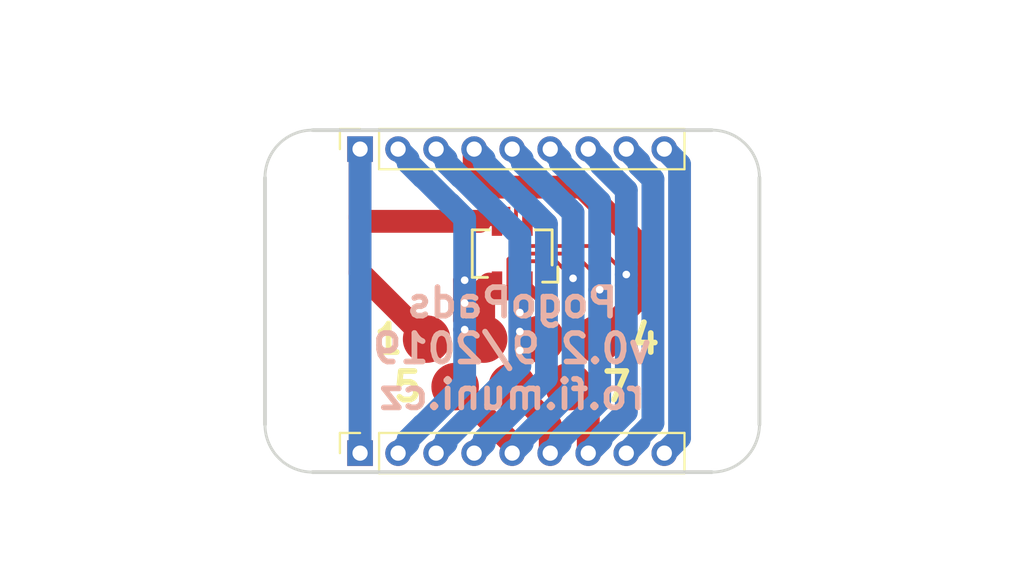
<source format=kicad_pcb>
(kicad_pcb (version 20240108) (generator "pcbnew") (generator_version "8.0")
  (layers (0 "F.Cu" signal) (31 "B.Cu" signal) (34 "B.Paste" user) (35 "F.Paste" user) (36 "B.SilkS" user "B.Silkscreen") (37 "F.SilkS" user "F.Silkscreen") (38 "B.Mask" user) (39 "F.Mask" user) (44 "Edge.Cuts" user))
  (net 0 "")
  (net 1 "1")
  (net 2 "2")
  (net 3 "3")
  (net 4 "4")
  (net 5 "5")
  (net 6 "6")
  (net 7 "7")
  (net 8 "8")
  (net 9 "9")
  (net 10 "Net-(J4-Pad6)")
  (footprint "rofi:pogo_pads_4_3" (layer "F.Cu") (at 118.5 70)
    (property "Reference" "J3" (hide yes))
    (property "Value" "POGO")
    (pad "1" smd circle (at -4.5 0) (size 2.5 2.5) (layers "F.Cu" "F.Paste" "F.Mask") (net 1 "1"))
    (pad "2" smd circle (at -1.5 0) (size 2.5 2.5) (layers "F.Cu" "F.Paste" "F.Mask") (net 2 "2"))
    (pad "3" smd circle (at 1.5 0) (size 2.5 2.5) (layers "F.Cu" "F.Paste" "F.Mask") (net 3 "3"))
    (pad "4" smd circle (at 4.5 0) (size 2.5 2.5) (layers "F.Cu" "F.Paste" "F.Mask") (net 4 "4"))
    (pad "5" smd circle (at -3 2.5) (size 2.5 2.5) (layers "F.Cu" "F.Paste" "F.Mask") (net 5 "5"))
    (pad "6" smd circle (at 0 2.5) (size 2.5 2.5) (layers "F.Cu" "F.Paste" "F.Mask") (net 6 "6"))
    (pad "7" smd circle (at 3 2.5) (size 2.5 2.5) (layers "F.Cu" "F.Paste" "F.Mask") (net 7 "7"))
  )
  (footprint "MountingHole:MountingHole_2mm" (layer "F.Cu") (at 129.2 68)
    (property "Reference" "H1" (hide yes))
    (property "Value" "MountingHole")
    (pad "" np_thru_hole circle (at 0 0) (size 2 2) (drill 2) (layers "*.Cu" "*.Mask"))
  )
  (footprint "MountingHole:MountingHole_2mm" (layer "F.Cu") (at 107.8 67.9)
    (property "Reference" "H2" (hide yes))
    (property "Value" "MountingHole")
    (pad "" np_thru_hole circle (at 0 0) (size 2 2) (drill 2) (layers "*.Cu" "*.Mask"))
  )
  (footprint "Connector_PinSocket_2.00mm:PinSocket_1x09_P2.00mm_Vertical" (layer "F.Cu") (at 110.5 76 90)
    (property "Reference" "J1" (hide yes))
    (property "Value" "IN")
    (fp_line (start 1.06 -1.06) (end 1.06 0) (stroke (width 0.12)) (layer "F.SilkS"))
    (fp_line (start 0 -1.06) (end 1.06 -1.06) (stroke (width 0.12)) (layer "F.SilkS"))
    (fp_line (start 1.06 1) (end 1.06 17.06) (stroke (width 0.12)) (layer "F.SilkS"))
    (fp_line (start -1.06 1) (end 1.06 1) (stroke (width 0.12)) (layer "F.SilkS"))
    (fp_line (start -1.06 1) (end -1.06 17.06) (stroke (width 0.12)) (layer "F.SilkS"))
    (fp_line (start -1.06 17.06) (end 1.06 17.06) (stroke (width 0.12)) (layer "F.SilkS"))
    (pad "1" thru_hole rect (at 0 0 90) (size 1.35 1.35) (drill 0.8) (layers "*.Cu" "*.Mask") (net 1 "1"))
    (pad "2" thru_hole oval (at 0 2 90) (size 1.35 1.35) (drill 0.8) (layers "*.Cu" "*.Mask") (net 2 "2"))
    (pad "3" thru_hole oval (at 0 4 90) (size 1.35 1.35) (drill 0.8) (layers "*.Cu" "*.Mask") (net 3 "3"))
    (pad "4" thru_hole oval (at 0 6 90) (size 1.35 1.35) (drill 0.8) (layers "*.Cu" "*.Mask") (net 4 "4"))
    (pad "5" thru_hole oval (at 0 8 90) (size 1.35 1.35) (drill 0.8) (layers "*.Cu" "*.Mask") (net 5 "5"))
    (pad "6" thru_hole oval (at 0 10 90) (size 1.35 1.35) (drill 0.8) (layers "*.Cu" "*.Mask") (net 6 "6"))
    (pad "7" thru_hole oval (at 0 12 90) (size 1.35 1.35) (drill 0.8) (layers "*.Cu" "*.Mask") (net 7 "7"))
    (pad "8" thru_hole oval (at 0 14 90) (size 1.35 1.35) (drill 0.8) (layers "*.Cu" "*.Mask") (net 8 "8"))
    (pad "9" thru_hole oval (at 0 16 90) (size 1.35 1.35) (drill 0.8) (layers "*.Cu" "*.Mask") (net 9 "9"))
  )
  (footprint "Connector_PinSocket_2.00mm:PinSocket_1x09_P2.00mm_Vertical" (layer "F.Cu") (at 110.5 60 90)
    (property "Reference" "J2" (hide yes))
    (property "Value" "OUT")
    (fp_line (start 1.06 -1.06) (end 1.06 0) (stroke (width 0.12)) (layer "F.SilkS"))
    (fp_line (start 0 -1.06) (end 1.06 -1.06) (stroke (width 0.12)) (layer "F.SilkS"))
    (fp_line (start 1.06 1) (end 1.06 17.06) (stroke (width 0.12)) (layer "F.SilkS"))
    (fp_line (start -1.06 1) (end 1.06 1) (stroke (width 0.12)) (layer "F.SilkS"))
    (fp_line (start -1.06 1) (end -1.06 17.06) (stroke (width 0.12)) (layer "F.SilkS"))
    (fp_line (start -1.06 17.06) (end 1.06 17.06) (stroke (width 0.12)) (layer "F.SilkS"))
    (pad "1" thru_hole rect (at 0 0 90) (size 1.35 1.35) (drill 0.8) (layers "*.Cu" "*.Mask") (net 1 "1"))
    (pad "2" thru_hole oval (at 0 2 90) (size 1.35 1.35) (drill 0.8) (layers "*.Cu" "*.Mask") (net 2 "2"))
    (pad "3" thru_hole oval (at 0 4 90) (size 1.35 1.35) (drill 0.8) (layers "*.Cu" "*.Mask") (net 3 "3"))
    (pad "4" thru_hole oval (at 0 6 90) (size 1.35 1.35) (drill 0.8) (layers "*.Cu" "*.Mask") (net 4 "4"))
    (pad "5" thru_hole oval (at 0 8 90) (size 1.35 1.35) (drill 0.8) (layers "*.Cu" "*.Mask") (net 5 "5"))
    (pad "6" thru_hole oval (at 0 10 90) (size 1.35 1.35) (drill 0.8) (layers "*.Cu" "*.Mask") (net 6 "6"))
    (pad "7" thru_hole oval (at 0 12 90) (size 1.35 1.35) (drill 0.8) (layers "*.Cu" "*.Mask") (net 7 "7"))
    (pad "8" thru_hole oval (at 0 14 90) (size 1.35 1.35) (drill 0.8) (layers "*.Cu" "*.Mask") (net 8 "8"))
    (pad "9" thru_hole oval (at 0 16 90) (size 1.35 1.35) (drill 0.8) (layers "*.Cu" "*.Mask") (net 9 "9"))
  )
  (footprint "rofi:molex-505004-0812" (layer "F.Cu") (at 118.5 65.5 180)
    (property "Reference" "J4" (hide yes))
    (property "Value" "Molex")
    (fp_line (start 2.1 1.25) (end 2.1 -1.25) (stroke (width 0.15)) (layer "F.SilkS"))
    (fp_line (start 2.1 -1.25) (end 1.3 -1.25) (stroke (width 0.15)) (layer "F.SilkS"))
    (fp_line (start 1.2 1.25) (end 2.1 1.25) (stroke (width 0.15)) (layer "F.SilkS"))
    (fp_line (start -1.6 -1.5) (end -2.4 -1.5) (stroke (width 0.15)) (layer "F.SilkS"))
    (fp_line (start -2.1 1.25) (end -1.2 1.25) (stroke (width 0.15)) (layer "F.SilkS"))
    (fp_line (start -2.1 -0.6) (end -2.1 1.25) (stroke (width 0.15)) (layer "F.SilkS"))
    (fp_line (start -2.4 -1.5) (end -2.4 -0.7) (stroke (width 0.15)) (layer "F.SilkS"))
    (pad "1" smd rect (at -0.8 -1.7 180) (size 0.55 1.524) (layers "F.Cu" "F.Paste" "F.Mask") (net 3 "3"))
    (pad "2" smd rect (at -0.8 1.7 180) (size 0.55 1.524) (layers "F.Cu" "F.Paste" "F.Mask") (net 4 "4"))
    (pad "3" smd rect (at -0.2 -1.7 180) (size 0.2 1.524) (layers "F.Cu" "F.Paste" "F.Mask") (net 5 "5"))
    (pad "4" smd rect (at -0.2 1.7 180) (size 0.2 1.524) (layers "F.Cu" "F.Paste" "F.Mask") (net 7 "7"))
    (pad "5" smd rect (at 0.2 -1.7 180) (size 0.2 1.524) (layers "F.Cu" "F.Paste" "F.Mask") (net 6 "6"))
    (pad "6" smd rect (at 0.2 1.7 180) (size 0.2 1.524) (layers "F.Cu" "F.Paste" "F.Mask") (net 10 "Net-(J4-Pad6)"))
    (pad "7" smd rect (at 0.8 -1.7 180) (size 0.55 1.524) (layers "F.Cu" "F.Paste" "F.Mask") (net 2 "2"))
    (pad "8" smd rect (at 0.8 1.7 180) (size 0.55 1.524) (layers "F.Cu" "F.Paste" "F.Mask") (net 1 "1"))
  )
  (gr_line (start 108 59) (end 129 59) (stroke (width 0.2)) (layer "Edge.Cuts"))
  (gr_arc (start 105.5 61.5) (mid 106.232233 59.732233) (end 108 59) (stroke (width 0.15)) (layer "Edge.Cuts"))
  (gr_line (start 108 77) (end 129 77) (stroke (width 0.2)) (layer "Edge.Cuts"))
  (gr_arc (start 129 59) (mid 130.767767 59.732233) (end 131.5 61.5) (stroke (width 0.15)) (layer "Edge.Cuts"))
  (gr_arc (start 108 77) (mid 106.232233 76.267767) (end 105.5 74.5) (stroke (width 0.15)) (layer "Edge.Cuts"))
  (gr_line (start 105.5 61.5) (end 105.5 74.5) (stroke (width 0.2)) (layer "Edge.Cuts"))
  (gr_arc (start 131.5 74.5) (mid 130.767767 76.267767) (end 129 77) (stroke (width 0.15)) (layer "Edge.Cuts"))
  (gr_line (start 131.5 74.5) (end 131.5 61.5) (stroke (width 0.2)) (layer "Edge.Cuts"))
  (gr_text "PogoPads\nv0.2 9/2019\nro.fi.muni.cz" (at 118.5 70.5 0) (layer "B.SilkS") (effects (font (size 1.5 1.5) (thickness 0.3)) (justify mirror)))
  (gr_text "1" (at 112 70 0) (layer "F.SilkS") (effects (font (size 1.5 1.5) (thickness 0.3))))
  (gr_text "4" (at 125.5 70 0) (layer "F.SilkS") (effects (font (size 1.5 1.5) (thickness 0.3))))
  (gr_text "5" (at 113 72.5 0) (layer "F.SilkS") (effects (font (size 1.5 1.5) (thickness 0.3))))
  (gr_text "7" (at 124 72.5 0) (layer "F.SilkS") (effects (font (size 1.5 1.5) (thickness 0.3))))
  (segment (start 110.5 66.5) (end 114 70) (width 1.2) (layer "F.Cu") (net 1))
  (segment (start 110.725 63.8) (end 110.5 63.575) (width 1.2) (layer "F.Cu") (net 1))
  (segment (start 110.5 63.575) (end 110.5 60.8) (width 1.2) (layer "F.Cu") (net 1))
  (segment (start 116.8 63.8) (end 117.7 63.8) (width 0.5) (layer "F.Cu") (net 1))
  (segment (start 116.8 63.8) (end 110.725 63.8) (width 1.2) (layer "F.Cu") (net 1))
  (segment (start 110.5 63.575) (end 110.5 66.5) (width 1.2) (layer "F.Cu") (net 1))
  (segment (start 110.5 60) (end 110.5 76) (width 1.2) (layer "B.Cu") (net 1))
  (segment (start 116.000002 69.000002) (end 116.000002 66.900002) (width 1.2) (layer "F.Cu") (net 2))
  (segment (start 117 67.9) (end 117.7 67.2) (width 0.5) (layer "F.Cu") (net 2))
  (segment (start 116.000002 66.900002) (end 116 66.9) (width 1.2) (layer "F.Cu") (net 2))
  (segment (start 116.000002 68.1) (end 116.000002 69.000002) (width 1.2) (layer "F.Cu") (net 2))
  (segment (start 116.5 70) (end 116 69.5) (width 1.2) (layer "F.Cu") (net 2))
  (segment (start 116.000002 68.1) (end 116.000002 66.900002) (width 1.2) (layer "F.Cu") (net 2))
  (segment (start 117 67.4) (end 117 70) (width 1.2) (layer "F.Cu") (net 2))
  (segment (start 117 69.743998) (end 117 70) (width 1.5) (layer "F.Cu") (net 2))
  (segment (start 116.000002 69.000002) (end 117 70) (width 1.2) (layer "F.Cu") (net 2))
  (segment (start 117.3 67.1) (end 117 67.4) (width 1.2) (layer "F.Cu") (net 2))
  (segment (start 117 69.454594) (end 117 70) (width 1.5) (layer "F.Cu") (net 2))
  (segment (start 117 70) (end 116.5 70) (width 1.2) (layer "F.Cu") (net 2))
  (via (at 116.000002 68.1) (size 0.8) (drill 0.4) (layers "F.Cu" "B.Cu") (net 2))
  (via (at 116 69.5) (size 0.8) (drill 0.4) (layers "F.Cu" "B.Cu") (net 2))
  (via (at 116 66.9) (size 0.8) (drill 0.4) (layers "F.Cu" "B.Cu") (net 2))
  (segment (start 115.212096 62.875011) (end 115.232184 62.875011) (width 1.2) (layer "B.Cu") (net 2))
  (segment (start 113.024999 75.475001) (end 112.5 76) (width 1.2) (layer "B.Cu") (net 2))
  (segment (start 116 72.337086) (end 113.812087 74.524999) (width 1.2) (layer "B.Cu") (net 2))
  (segment (start 113.024999 60.524999) (end 113.024999 60.708001) (width 1.2) (layer "B.Cu") (net 2))
  (segment (start 113.791999 61.475001) (end 113.812086 61.475001) (width 1.2) (layer "B.Cu") (net 2))
  (segment (start 115.232184 62.875011) (end 116 63.642827) (width 1.2) (layer "B.Cu") (net 2))
  (segment (start 113.024999 75.291999) (end 113.024999 75.475001) (width 1.2) (layer "B.Cu") (net 2))
  (segment (start 116 63.642827) (end 116 69.5) (width 1.2) (layer "B.Cu") (net 2))
  (segment (start 113.812086 61.475001) (end 115.212096 62.875011) (width 1.2) (layer "B.Cu") (net 2))
  (segment (start 116 69.5) (end 116 72.337086) (width 1.2) (layer "B.Cu") (net 2))
  (segment (start 113.812087 74.524999) (end 113.791999 74.524999) (width 1.2) (layer "B.Cu") (net 2))
  (segment (start 113.791999 74.524999) (end 113.024999 75.291999) (width 1.2) (layer "B.Cu") (net 2))
  (segment (start 113.024999 60.708001) (end 113.791999 61.475001) (width 1.2) (layer "B.Cu") (net 2))
  (segment (start 112.5 60) (end 113.024999 60.524999) (width 1.2) (layer "B.Cu") (net 2))
  (segment (start 119.3 70) (end 118.89994 69.59994) (width 0.5) (layer "F.Cu") (net 3))
  (segment (start 120 69.7) (end 118.89994 68.59994) (width 0.5) (layer "F.Cu") (net 3))
  (segment (start 120 70) (end 119.3 70) (width 0.5) (layer "F.Cu") (net 3))
  (segment (start 120 70) (end 120 67.9) (width 0.5) (layer "F.Cu") (net 3))
  (segment (start 119.5 70) (end 118.9 70.6) (width 0.5) (layer "F.Cu") (net 3))
  (segment (start 120 67.9) (end 119.3 67.2) (width 0.5) (layer "F.Cu") (net 3))
  (segment (start 120 70) (end 120 69.7) (width 0.5) (layer "F.Cu") (net 3))
  (segment (start 120 70) (end 119.5 70) (width 0.5) (layer "F.Cu") (net 3))
  (segment (start 120 70) (end 120 69.743998) (width 1.5) (layer "F.Cu") (net 3))
  (via (at 118.89994 68.59994) (size 0.8) (drill 0.4) (layers "F.Cu" "B.Cu") (net 3))
  (via (at 118.89994 69.59994) (size 0.8) (drill 0.4) (layers "F.Cu" "B.Cu") (net 3))
  (via (at 118.9 70.6) (size 0.8) (drill 0.4) (layers "F.Cu" "B.Cu") (net 3))
  (segment (start 118.89994 68.59994) (end 118.89994 64.522679) (width 1.2) (layer "B.Cu") (net 3))
  (segment (start 118.89994 64.522679) (end 118.652282 64.275021) (width 1.2) (layer "B.Cu") (net 3))
  (segment (start 118.632193 64.275021) (end 117.232184 62.875011) (width 1.2) (layer "B.Cu") (net 3))
  (segment (start 115.812086 61.475001) (end 115.791999 61.475001) (width 1.2) (layer "B.Cu") (net 3))
  (segment (start 117.212096 62.875011) (end 115.812086 61.475001) (width 1.2) (layer "B.Cu") (net 3))
  (segment (start 115.024999 75.475001) (end 115.024999 75.291999) (width 1.2) (layer "B.Cu") (net 3))
  (segment (start 115.024999 75.291999) (end 118.89994 71.417058) (width 1.2) (layer "B.Cu") (net 3))
  (segment (start 118.89994 69.59994) (end 118.89994 68.59994) (width 1.2) (layer "B.Cu") (net 3))
  (segment (start 118.89994 71.417058) (end 118.89994 69.59994) (width 1.2) (layer "B.Cu") (net 3))
  (segment (start 115.024999 60.708001) (end 115.024999 60.524999) (width 1.2) (layer "B.Cu") (net 3))
  (segment (start 114.5 76) (end 115.024999 75.475001) (width 1.2) (layer "B.Cu") (net 3))
  (segment (start 117.232184 62.875011) (end 117.212096 62.875011) (width 1.2) (layer "B.Cu") (net 3))
  (segment (start 115.024999 60.524999) (end 114.5 60) (width 1.2) (layer "B.Cu") (net 3))
  (segment (start 118.652282 64.275021) (end 118.632193 64.275021) (width 1.2) (layer "B.Cu") (net 3))
  (segment (start 115.791999 61.475001) (end 115.024999 60.708001) (width 1.2) (layer "B.Cu") (net 3))
  (segment (start 119.3 63.8) (end 119.3 62) (width 0.5) (layer "F.Cu") (net 4))
  (segment (start 125.5 67.5) (end 123 70) (width 1.2) (layer "F.Cu") (net 4))
  (segment (start 116.5 60) (end 116.5 61) (width 1.2) (layer "F.Cu") (net 4))
  (segment (start 122.176002 62) (end 125.5 65.323998) (width 1.2) (layer "F.Cu") (net 4))
  (segment (start 117.5 62) (end 119.3 62) (width 1.2) (layer "F.Cu") (net 4))
  (segment (start 116.5 61) (end 117.5 62) (width 1.2) (layer "F.Cu") (net 4))
  (segment (start 125.5 65.323998) (end 125.5 67.5) (width 1.2) (layer "F.Cu") (net 4))
  (segment (start 119.3 62) (end 122.176002 62) (width 1.2) (layer "F.Cu") (net 4))
  (segment (start 120.29995 72.057222) (end 119.232183 73.124989) (width 1.2) (layer "B.Cu") (net 4))
  (segment (start 117.812086 61.475001) (end 119.212096 62.875011) (width 1.2) (layer "B.Cu") (net 4))
  (segment (start 116.5 60) (end 117.024999 60.524999) (width 1.2) (layer "B.Cu") (net 4))
  (segment (start 119.232183 73.124989) (end 119.212096 73.124989) (width 1.2) (layer "B.Cu") (net 4))
  (segment (start 119.232184 62.875011) (end 120.29995 63.942777) (width 1.2) (layer "B.Cu") (net 4))
  (segment (start 117.024999 60.708001) (end 117.791999 61.475001) (width 1.2) (layer "B.Cu") (net 4))
  (segment (start 117.791999 61.475001) (end 117.812086 61.475001) (width 1.2) (layer "B.Cu") (net 4))
  (segment (start 117.024999 60.524999) (end 117.024999 60.708001) (width 1.2) (layer "B.Cu") (net 4))
  (segment (start 119.212096 73.124989) (end 117.812086 74.524999) (width 1.2) (layer "B.Cu") (net 4))
  (segment (start 117.024999 75.475001) (end 116.5 76) (width 1.2) (layer "B.Cu") (net 4))
  (segment (start 117.024999 75.291999) (end 117.024999 75.475001) (width 1.2) (layer "B.Cu") (net 4))
  (segment (start 117.812086 74.524999) (end 117.791999 74.524999) (width 1.2) (layer "B.Cu") (net 4))
  (segment (start 119.212096 62.875011) (end 119.232184 62.875011) (width 1.2) (layer "B.Cu") (net 4))
  (segment (start 120.29995 63.942777) (end 120.29995 72.057222) (width 1.2) (layer "B.Cu") (net 4))
  (segment (start 117.791999 74.524999) (end 117.024999 75.291999) (width 1.2) (layer "B.Cu") (net 4))
  (segment (start 119.022998 65.9) (end 120.8 65.9) (width 0.2) (layer "F.Cu") (net 5))
  (segment (start 118.7 67.2) (end 118.7 66.222998) (width 0.2) (layer "F.Cu") (net 5))
  (segment (start 118.7 66.222998) (end 119.022998 65.9) (width 0.2) (layer "F.Cu") (net 5))
  (segment (start 120.8 65.9) (end 121.7 66.8) (width 0.2) (layer "F.Cu") (net 5))
  (segment (start 115.5 72.5) (end 118.5 75.5) (width 1.2) (layer "F.Cu") (net 5))
  (via (at 121.7 66.8) (size 0.8) (drill 0.4) (layers "F.Cu" "B.Cu") (net 5))
  (segment (start 119.024999 75.475001) (end 118.5 76) (width 1.2) (layer "B.Cu") (net 5))
  (segment (start 121.69996 63.342787) (end 121.69996 72.657213) (width 1.2) (layer "B.Cu") (net 5))
  (segment (start 121.232184 73.124989) (end 121.212096 73.124989) (width 1.2) (layer "B.Cu") (net 5))
  (segment (start 121.69996 72.657213) (end 121.232184 73.124989) (width 1.2) (layer "B.Cu") (net 5))
  (segment (start 121.212096 62.875011) (end 121.232184 62.875011) (width 1.2) (layer "B.Cu") (net 5))
  (segment (start 118.5 60) (end 119.024999 60.524999) (width 1.2) (layer "B.Cu") (net 5))
  (segment (start 119.024999 75.291999) (end 119.024999 75.475001) (width 1.2) (layer "B.Cu") (net 5))
  (segment (start 119.812086 74.524999) (end 119.791999 74.524999) (width 1.2) (layer "B.Cu") (net 5))
  (segment (start 121.212096 73.124989) (end 119.812086 74.524999) (width 1.2) (layer "B.Cu") (net 5))
  (segment (start 119.791999 61.475001) (end 119.812086 61.475001) (width 1.2) (layer "B.Cu") (net 5))
  (segment (start 119.812086 61.475001) (end 121.212096 62.875011) (width 1.2) (layer "B.Cu") (net 5))
  (segment (start 119.024999 60.708001) (end 119.791999 61.475001) (width 1.2) (layer "B.Cu") (net 5))
  (segment (start 121.232184 62.875011) (end 121.69996 63.342787) (width 1.2) (layer "B.Cu") (net 5))
  (segment (start 119.024999 60.524999) (end 119.024999 60.708001) (width 1.2) (layer "B.Cu") (net 5))
  (segment (start 119.791999 74.524999) (end 119.024999 75.291999) (width 1.2) (layer "B.Cu") (net 5))
  (segment (start 118.3 67.2) (end 118.3 65.8) (width 0.2) (layer "F.Cu") (net 6))
  (segment (start 120.5 74.5) (end 120.5 76) (width 1.2) (layer "F.Cu") (net 6))
  (segment (start 123.09997 66.834285) (end 123.09997 67.39997) (width 0.2) (layer "F.Cu") (net 6))
  (segment (start 118.5 72.5) (end 120.5 74.5) (width 1.2) (layer "F.Cu") (net 6))
  (segment (start 118.5 72.5) (end 118.5 72.756002) (width 1.5) (layer "F.Cu") (net 6))
  (segment (start 121.765685 65.5) (end 123.09997 66.834285) (width 0.2) (layer "F.Cu") (net 6))
  (segment (start 118.6 65.5) (end 121.765685 65.5) (width 0.2) (layer "F.Cu") (net 6))
  (segment (start 118.3 65.8) (end 118.6 65.5) (width 0.2) (layer "F.Cu") (net 6))
  (via (at 123.09997 67.39997) (size 0.8) (drill 0.4) (layers "F.Cu" "B.Cu") (net 6))
  (segment (start 123.09997 62.762885) (end 123.09997 67.39997) (width 1.2) (layer "B.Cu") (net 6))
  (segment (start 120.5 60) (end 121.024999 60.524999) (width 1.2) (layer "B.Cu") (net 6))
  (segment (start 121.791999 74.524999) (end 121.024999 75.291999) (width 1.2) (layer "B.Cu") (net 6))
  (segment (start 121.024999 60.708001) (end 121.791999 61.475001) (width 1.2) (layer "B.Cu") (net 6))
  (segment (start 123.09997 73.237115) (end 121.812086 74.524999) (width 1.2) (layer "B.Cu") (net 6))
  (segment (start 121.024999 75.291999) (end 121.024999 75.475001) (width 1.2) (layer "B.Cu") (net 6))
  (segment (start 121.024999 75.475001) (end 120.5 76) (width 1.2) (layer "B.Cu") (net 6))
  (segment (start 121.812086 61.475001) (end 123.09997 62.762885) (width 1.2) (layer "B.Cu") (net 6))
  (segment (start 123.09997 67.39997) (end 123.09997 73.237115) (width 1.2) (layer "B.Cu") (net 6))
  (segment (start 121.791999 61.475001) (end 121.812086 61.475001) (width 1.2) (layer "B.Cu") (net 6))
  (segment (start 121.812086 74.524999) (end 121.791999 74.524999) (width 1.2) (layer "B.Cu") (net 6))
  (segment (start 121.024999 60.524999) (end 121.024999 60.708001) (width 1.2) (layer "B.Cu") (net 6))
  (segment (start 122.5 73.5) (end 122.5 76) (width 1.2) (layer "F.Cu") (net 7))
  (segment (start 124.099981 66.199947) (end 124.49998 66.599946) (width 0.2) (layer "F.Cu") (net 7))
  (segment (start 121.5 72.5) (end 122.5 73.5) (width 1.2) (layer "F.Cu") (net 7))
  (segment (start 119.038 65.1) (end 123.000034 65.1) (width 0.2) (layer "F.Cu") (net 7))
  (segment (start 123.000034 65.1) (end 124.099981 66.199947) (width 0.2) (layer "F.Cu") (net 7))
  (segment (start 118.7 63.8) (end 118.7 64.762) (width 0.2) (layer "F.Cu") (net 7))
  (segment (start 118.7 64.762) (end 119.038 65.1) (width 0.2) (layer "F.Cu") (net 7))
  (via (at 124.49998 66.599946) (size 0.8) (drill 0.4) (layers "F.Cu" "B.Cu") (net 7))
  (segment (start 122.5 60) (end 123.174999 60.674999) (width 1.2) (layer "B.Cu") (net 7))
  (segment (start 124.49998 66.034261) (end 124.49998 66.599946) (width 1.2) (layer "B.Cu") (net 7))
  (segment (start 123.174999 60.837913) (end 124.49998 62.162894) (width 1.2) (layer "B.Cu") (net 7))
  (segment (start 124.49998 67.165631) (end 124.49998 66.599946) (width 1.2) (layer "B.Cu") (net 7))
  (segment (start 124.49998 73.837105) (end 124.49998 67.165631) (width 1.2) (layer "B.Cu") (net 7))
  (segment (start 123.174999 75.325001) (end 123.174999 75.162086) (width 1.2) (layer "B.Cu") (net 7))
  (segment (start 124.49998 62.162894) (end 124.49998 66.034261) (width 1.2) (layer "B.Cu") (net 7))
  (segment (start 122.5 76) (end 123.174999 75.325001) (width 1.2) (layer "B.Cu") (net 7))
  (segment (start 123.174999 75.162086) (end 124.49998 73.837105) (width 1.2) (layer "B.Cu") (net 7))
  (segment (start 123.174999 60.674999) (end 123.174999 60.837913) (width 1.2) (layer "B.Cu") (net 7))
  (segment (start 124.5 60) (end 125.174999 60.674999) (width 1.2) (layer "B.Cu") (net 8))
  (segment (start 125.90001 74.416989) (end 125.174999 75.142) (width 1.2) (layer "B.Cu") (net 8))
  (segment (start 125.174999 60.674999) (end 125.174999 60.857999) (width 1.2) (layer "B.Cu") (net 8))
  (segment (start 125.174999 75.325001) (end 124.5 76) (width 1.2) (layer "B.Cu") (net 8))
  (segment (start 125.174999 75.142) (end 125.174999 75.325001) (width 1.2) (layer "B.Cu") (net 8))
  (segment (start 125.90001 61.58301) (end 125.90001 74.416989) (width 1.2) (layer "B.Cu") (net 8))
  (segment (start 125.174999 60.857999) (end 125.90001 61.58301) (width 1.2) (layer "B.Cu") (net 8))
  (segment (start 127.174999 75.325001) (end 126.5 76) (width 1.2) (layer "B.Cu") (net 9))
  (segment (start 126.5 60) (end 127.30002 60.80002) (width 1.2) (layer "B.Cu") (net 9))
  (segment (start 127.30002 60.80002) (end 127.30002 75.19998) (width 1.2) (layer "B.Cu") (net 9))
  (segment (start 127.30002 75.19998) (end 127.174999 75.325001) (width 1.2) (layer "B.Cu") (net 9))
)
</source>
